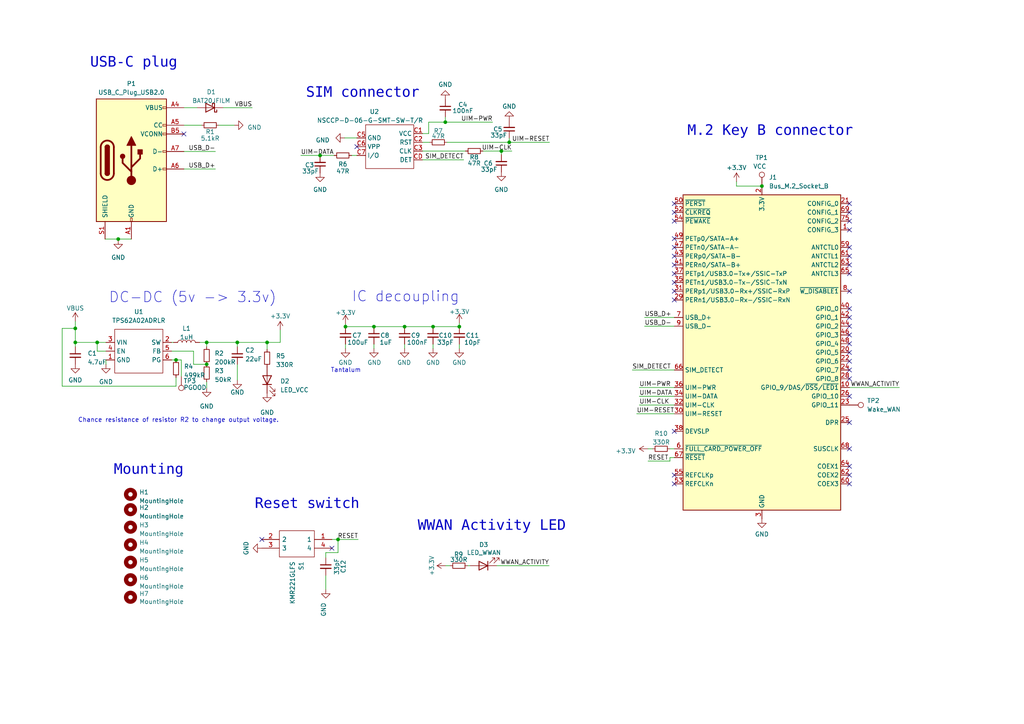
<source format=kicad_sch>
(kicad_sch (version 20230121) (generator eeschema)
  (paper "A4")
  (lib_symbols
    (symbol "Connector:Bus_M.2_Socket_B"
      (property "Reference" "J" (at -22.86 46.99 0))
      (property "Value" "Bus_M.2_Socket_B" (at 16.51 46.99 0))
      (symbol "Bus_M.2_Socket_B_0_1"
        (rectangle (start -22.86 45.72) (end 22.86 -45.72) (stroke (width 0.254)) (fill (type background)))
      )
      (symbol "Bus_M.2_Socket_B_1_1"
        (pin input line (at 25.4 35.56 180) (length 2.54) (name "CONFIG_3") (number "1"))
        (pin bidirectional line (at 25.4 -10.16 180) (length 2.54) (name "GPIO_9/DAS/~{DSS}/~{LED1}") (number "10"))
        (pin passive line (at 0 -48.26 90) (length 2.54) hide (name "GND") (number "11"))
        (pin power_in line (at 0 48.26 270) (length 2.54) (name "3.3V") (number "2"))
        (pin bidirectional line (at 25.4 0 180) (length 2.54) (name "GPIO_5") (number "20"))
        (pin input line (at 25.4 43.18 180) (length 2.54) (name "CONFIG_0") (number "21"))
        (pin bidirectional line (at 25.4 -2.54 180) (length 2.54) (name "GPIO_6") (number "22"))
        (pin bidirectional line (at 25.4 -15.24 180) (length 2.54) (name "GPIO_11") (number "23"))
        (pin bidirectional line (at 25.4 -5.08 180) (length 2.54) (name "GPIO_7") (number "24"))
        (pin output line (at 25.4 -20.32 180) (length 2.54) (name "DPR") (number "25"))
        (pin bidirectional line (at 25.4 -12.7 180) (length 2.54) (name "GPIO_10") (number "26"))
        (pin passive line (at 0 -48.26 90) (length 2.54) hide (name "GND") (number "27"))
        (pin bidirectional line (at 25.4 -7.62 180) (length 2.54) (name "GPIO_8") (number "28"))
        (pin input line (at -25.4 15.24 0) (length 2.54) (name "PERn1/USB3.0-Rx-/SSIC-RxN") (number "29"))
        (pin power_in line (at 0 -48.26 90) (length 2.54) (name "GND") (number "3"))
        (pin input line (at -25.4 -17.78 0) (length 2.54) (name "UIM-RESET") (number "30"))
        (pin input line (at -25.4 17.78 0) (length 2.54) (name "PERp1/USB3.0-Rx+/SSIC-RxP") (number "31"))
        (pin input line (at -25.4 -15.24 0) (length 2.54) (name "UIM-CLK") (number "32"))
        (pin passive line (at 0 -48.26 90) (length 2.54) hide (name "GND") (number "33"))
        (pin bidirectional line (at -25.4 -12.7 0) (length 2.54) (name "UIM-DATA") (number "34"))
        (pin output line (at -25.4 20.32 0) (length 2.54) (name "PETn1/USB3.0-Tx-/SSIC-TxN") (number "35"))
        (pin input line (at -25.4 -10.16 0) (length 2.54) (name "UIM-PWR") (number "36"))
        (pin output line (at -25.4 22.86 0) (length 2.54) (name "PETp1/USB3.0-Tx+/SSIC-TxP") (number "37"))
        (pin output line (at -25.4 -22.86 0) (length 2.54) (name "DEVSLP") (number "38"))
        (pin passive line (at 0 -48.26 90) (length 2.54) hide (name "GND") (number "39"))
        (pin passive line (at 0 48.26 270) (length 2.54) hide (name "3.3V") (number "4"))
        (pin bidirectional line (at 25.4 12.7 180) (length 2.54) (name "GPIO_0") (number "40"))
        (pin input line (at -25.4 25.4 0) (length 2.54) (name "PERn0/SATA-B+") (number "41"))
        (pin bidirectional line (at 25.4 10.16 180) (length 2.54) (name "GPIO_1") (number "42"))
        (pin input line (at -25.4 27.94 0) (length 2.54) (name "PERp0/SATA-B-") (number "43"))
        (pin bidirectional line (at 25.4 7.62 180) (length 2.54) (name "GPIO_2") (number "44"))
        (pin passive line (at 0 -48.26 90) (length 2.54) hide (name "GND") (number "45"))
        (pin bidirectional line (at 25.4 5.08 180) (length 2.54) (name "GPIO_3") (number "46"))
        (pin output line (at -25.4 30.48 0) (length 2.54) (name "PETn0/SATA-A-") (number "47"))
        (pin bidirectional line (at 25.4 2.54 180) (length 2.54) (name "GPIO_4") (number "48"))
        (pin output line (at -25.4 33.02 0) (length 2.54) (name "PETp0/SATA-A+") (number "49"))
        (pin passive line (at 0 -48.26 90) (length 2.54) hide (name "GND") (number "5"))
        (pin output line (at -25.4 43.18 0) (length 2.54) (name "~{PERST}") (number "50"))
        (pin passive line (at 0 -48.26 90) (length 2.54) hide (name "GND") (number "51"))
        (pin bidirectional line (at -25.4 40.64 0) (length 2.54) (name "~{CLKREQ}") (number "52"))
        (pin output line (at -25.4 -38.1 0) (length 2.54) (name "REFCLKn") (number "53"))
        (pin bidirectional line (at -25.4 38.1 0) (length 2.54) (name "~{PEWAKE}") (number "54"))
        (pin output line (at -25.4 -35.56 0) (length 2.54) (name "REFCLKp") (number "55"))
        (pin no_connect line (at 22.86 -43.18 180) (length 2.54) hide (name "NC") (number "56"))
        (pin passive line (at 0 -48.26 90) (length 2.54) hide (name "GND") (number "57"))
        (pin no_connect line (at 22.86 -40.64 180) (length 2.54) hide (name "NC") (number "58"))
        (pin input line (at 25.4 30.48 180) (length 2.54) (name "ANTCTL0") (number "59"))
        (pin output line (at -25.4 -27.94 0) (length 2.54) (name "~{FULL_CARD_POWER_OFF}") (number "6"))
        (pin bidirectional line (at 25.4 -38.1 180) (length 2.54) (name "COEX3") (number "60"))
        (pin input line (at 25.4 27.94 180) (length 2.54) (name "ANTCTL1") (number "61"))
        (pin bidirectional line (at 25.4 -35.56 180) (length 2.54) (name "COEX2") (number "62"))
        (pin input line (at 25.4 25.4 180) (length 2.54) (name "ANTCTL2") (number "63"))
        (pin bidirectional line (at 25.4 -33.02 180) (length 2.54) (name "COEX1") (number "64"))
        (pin input line (at 25.4 22.86 180) (length 2.54) (name "ANTCTL3") (number "65"))
        (pin output line (at -25.4 -5.08 0) (length 2.54) (name "SIM_DETECT") (number "66"))
        (pin output line (at -25.4 -30.48 0) (length 2.54) (name "~{RESET}") (number "67"))
        (pin output line (at 25.4 -27.94 180) (length 2.54) (name "SUSCLK") (number "68"))
        (pin input line (at 25.4 40.64 180) (length 2.54) (name "CONFIG_1") (number "69"))
        (pin bidirectional line (at -25.4 10.16 0) (length 2.54) (name "USB_D+") (number "7"))
        (pin passive line (at 0 48.26 270) (length 2.54) hide (name "3.3V") (number "70"))
        (pin passive line (at 0 -48.26 90) (length 2.54) hide (name "GND") (number "71"))
        (pin passive line (at 0 48.26 270) (length 2.54) hide (name "3.3V") (number "72"))
        (pin passive line (at 0 -48.26 90) (length 2.54) hide (name "GND") (number "73"))
        (pin passive line (at 0 48.26 270) (length 2.54) hide (name "3.3V") (number "74"))
        (pin input line (at 25.4 38.1 180) (length 2.54) (name "CONFIG_2") (number "75"))
        (pin output line (at 25.4 17.78 180) (length 2.54) (name "~{W_DISABLE1}") (number "8"))
        (pin bidirectional line (at -25.4 7.62 0) (length 2.54) (name "USB_D-") (number "9"))
      )
    )
    (symbol "Connector:TestPoint" (pin_numbers hide) (pin_names (offset 0.762) hide)
      (property "Reference" "TP" (at 0 6.858 0))
      (property "Value" "TestPoint" (at 0 5.08 0))
      (symbol "TestPoint_0_1"
        (circle (center 0 3.302) (radius 0.762))
      )
      (symbol "TestPoint_1_1"
        (pin passive line (at 0 0 90) (length 2.54) (name "1") (number "1"))
      )
    )
    (symbol "Connector:USB_C_Plug_USB2.0" (pin_names (offset 1.016))
      (property "Reference" "P" (at -10.16 19.05 0))
      (property "Value" "USB_C_Plug_USB2.0" (at 12.7 19.05 0))
      (symbol "USB_C_Plug_USB2.0_0_0"
        (rectangle (start -0.254 -17.78) (end 0.254 -16.764))
        (rectangle (start 10.16 -2.286) (end 9.144 -2.794))
        (rectangle (start 10.16 2.794) (end 9.144 2.286))
        (rectangle (start 10.16 7.874) (end 9.144 7.366))
        (rectangle (start 10.16 10.414) (end 9.144 9.906))
        (rectangle (start 10.16 15.494) (end 9.144 14.986))
      )
      (symbol "USB_C_Plug_USB2.0_0_1"
        (rectangle (start -10.16 17.78) (end 10.16 -17.78) (stroke (width 0.254)) (fill (type background)))
        (arc (start -8.89 -3.81) (mid -6.985 -5.7067) (end -5.08 -3.81) (stroke (width 0.508)))
        (arc (start -7.62 -3.81) (mid -6.985 -4.4423) (end -6.35 -3.81) (stroke (width 0.254)))
        (arc (start -7.62 -3.81) (mid -6.985 -4.4423) (end -6.35 -3.81) (stroke (width 0.254)) (fill (type outline)))
        (rectangle (start -7.62 -3.81) (end -6.35 3.81) (stroke (width 0.254)) (fill (type outline)))
        (arc (start -6.35 3.81) (mid -6.985 4.4423) (end -7.62 3.81) (stroke (width 0.254)))
        (arc (start -6.35 3.81) (mid -6.985 4.4423) (end -7.62 3.81) (stroke (width 0.254)) (fill (type outline)))
        (arc (start -5.08 3.81) (mid -6.985 5.7067) (end -8.89 3.81) (stroke (width 0.508)))
        (circle (center -2.54 1.143) (radius 0.635) (stroke (width 0.254)) (fill (type outline)))
        (circle (center 0 -5.842) (radius 1.27) (fill (type outline)))
        (polyline (pts (xy -8.89 -3.81) (xy -8.89 3.81)) (stroke (width 0.508)))
        (polyline (pts (xy -5.08 3.81) (xy -5.08 -3.81)) (stroke (width 0.508)))
        (polyline (pts (xy 0 -5.842) (xy 0 4.318)) (stroke (width 0.508)))
        (polyline (pts (xy 0 -3.302) (xy -2.54 -0.762) (xy -2.54 0.508)) (stroke (width 0.508)))
        (polyline (pts (xy 0 -2.032) (xy 2.54 0.508) (xy 2.54 1.778)) (stroke (width 0.508)))
        (polyline (pts (xy -1.27 4.318) (xy 0 6.858) (xy 1.27 4.318) (xy -1.27 4.318)) (stroke (width 0.254)) (fill (type outline)))
        (rectangle (start 1.905 1.778) (end 3.175 3.048) (stroke (width 0.254)) (fill (type outline)))
      )
      (symbol "USB_C_Plug_USB2.0_1_1"
        (pin passive line (at 0 -22.86 90) (length 5.08) (name "GND") (number "A1"))
        (pin passive line (at 0 -22.86 90) (length 5.08) hide (name "GND") (number "A12"))
        (pin passive line (at 15.24 15.24 180) (length 5.08) (name "VBUS") (number "A4"))
        (pin bidirectional line (at 15.24 10.16 180) (length 5.08) (name "CC") (number "A5"))
        (pin bidirectional line (at 15.24 -2.54 180) (length 5.08) (name "D+") (number "A6"))
        (pin bidirectional line (at 15.24 2.54 180) (length 5.08) (name "D-") (number "A7"))
        (pin passive line (at 15.24 15.24 180) (length 5.08) hide (name "VBUS") (number "A9"))
        (pin passive line (at 0 -22.86 90) (length 5.08) hide (name "GND") (number "B1"))
        (pin passive line (at 0 -22.86 90) (length 5.08) hide (name "GND") (number "B12"))
        (pin passive line (at 15.24 15.24 180) (length 5.08) hide (name "VBUS") (number "B4"))
        (pin bidirectional line (at 15.24 7.62 180) (length 5.08) (name "VCONN") (number "B5"))
        (pin passive line (at 15.24 15.24 180) (length 5.08) hide (name "VBUS") (number "B9"))
        (pin passive line (at -7.62 -22.86 90) (length 5.08) (name "SHIELD") (number "S1"))
      )
    )
    (symbol "Custom:KMR221GLFS" (pin_names (offset 0.762))
      (property "Reference" "S" (at 16.51 7.62 0))
      (property "Value" "KMR221GLFS" (at 16.51 5.08 0))
      (symbol "KMR221GLFS_0_0"
        (pin passive line (at 0 -2.54 0) (length 5.08) (name "1") (number "1"))
        (pin passive line (at 20.32 -2.54 180) (length 5.08) (name "2") (number "2"))
        (pin passive line (at 20.32 0 180) (length 5.08) (name "3") (number "3"))
        (pin passive line (at 0 0 0) (length 5.08) (name "4") (number "4"))
      )
      (symbol "KMR221GLFS_0_1"
        (polyline (pts (xy 5.08 2.54) (xy 15.24 2.54) (xy 15.24 -5.08) (xy 5.08 -5.08) (xy 5.08 2.54)) (stroke (width 0.1524)))
      )
    )
    (symbol "Device:C_Small" (pin_numbers hide) (pin_names (offset 0.254) hide)
      (property "Reference" "C" (at 0.254 1.778 0))
      (property "Value" "C_Small" (at 0.254 -2.032 0))
      (symbol "C_Small_0_1"
        (polyline (pts (xy -1.524 -0.508) (xy 1.524 -0.508)) (stroke (width 0.3302)))
        (polyline (pts (xy -1.524 0.508) (xy 1.524 0.508)) (stroke (width 0.3048)))
      )
      (symbol "C_Small_1_1"
        (pin passive line (at 0 2.54 270) (length 2.032) (name "~") (number "1"))
        (pin passive line (at 0 -2.54 90) (length 2.032) (name "~") (number "2"))
      )
    )
    (symbol "Device:D_Schottky" (pin_numbers hide) (pin_names (offset 1.016) hide)
      (property "Reference" "D" (at 0 2.54 0))
      (property "Value" "D_Schottky" (at 0 -2.54 0))
      (symbol "D_Schottky_0_1"
        (polyline (pts (xy 1.27 0) (xy -1.27 0)))
        (polyline (pts (xy 1.27 1.27) (xy 1.27 -1.27) (xy -1.27 0) (xy 1.27 1.27)) (stroke (width 0.254)))
        (polyline (pts (xy -1.905 0.635) (xy -1.905 1.27) (xy -1.27 1.27) (xy -1.27 -1.27) (xy -0.635 -1.27) (xy -0.635 -0.635)) (stroke (width 0.254)))
      )
      (symbol "D_Schottky_1_1"
        (pin passive line (at -3.81 0 0) (length 2.54) (name "K") (number "1"))
        (pin passive line (at 3.81 0 180) (length 2.54) (name "A") (number "2"))
      )
    )
    (symbol "Device:L" (pin_numbers hide) (pin_names (offset 1.016) hide)
      (property "Reference" "L" (at -1.27 0 90))
      (property "Value" "L" (at 1.905 0 90))
      (symbol "L_0_1"
        (arc (start 0 -2.54) (mid 0.6323 -1.905) (end 0 -1.27))
        (arc (start 0 -1.27) (mid 0.6323 -0.635) (end 0 0))
        (arc (start 0 0) (mid 0.6323 0.635) (end 0 1.27))
        (arc (start 0 1.27) (mid 0.6323 1.905) (end 0 2.54))
      )
      (symbol "L_1_1"
        (pin passive line (at 0 3.81 270) (length 1.27) (name "1") (number "1"))
        (pin passive line (at 0 -3.81 90) (length 1.27) (name "2") (number "2"))
      )
    )
    (symbol "Device:LED" (pin_numbers hide) (pin_names (offset 1.016) hide)
      (property "Reference" "D" (at 0 2.54 0))
      (property "Value" "LED" (at 0 -2.54 0))
      (symbol "LED_0_1"
        (polyline (pts (xy -1.27 -1.27) (xy -1.27 1.27)) (stroke (width 0.254)))
        (polyline (pts (xy -1.27 0) (xy 1.27 0)))
        (polyline (pts (xy 1.27 -1.27) (xy 1.27 1.27) (xy -1.27 0) (xy 1.27 -1.27)) (stroke (width 0.254)))
        (polyline (pts (xy -3.048 -0.762) (xy -4.572 -2.286) (xy -3.81 -2.286) (xy -4.572 -2.286) (xy -4.572 -1.524)))
        (polyline (pts (xy -1.778 -0.762) (xy -3.302 -2.286) (xy -2.54 -2.286) (xy -3.302 -2.286) (xy -3.302 -1.524)))
      )
      (symbol "LED_1_1"
        (pin passive line (at -3.81 0 0) (length 2.54) (name "K") (number "1"))
        (pin passive line (at 3.81 0 180) (length 2.54) (name "A") (number "2"))
      )
    )
    (symbol "Device:R_Small" (pin_numbers hide) (pin_names (offset 0.254) hide)
      (property "Reference" "R" (at 0.762 0.508 0))
      (property "Value" "R_Small" (at 0.762 -1.016 0))
      (symbol "R_Small_0_1"
        (rectangle (start -0.762 1.778) (end 0.762 -1.778) (stroke (width 0.2032)))
      )
      (symbol "R_Small_1_1"
        (pin passive line (at 0 2.54 270) (length 0.762) (name "~") (number "1"))
        (pin passive line (at 0 -2.54 90) (length 0.762) (name "~") (number "2"))
      )
    )
    (symbol "Mechanical:MountingHole" (pin_names (offset 1.016))
      (property "Reference" "H" (at 0 5.08 0))
      (property "Value" "MountingHole" (at 0 3.175 0))
      (symbol "MountingHole_0_1"
        (circle (center 0 0) (radius 1.27) (stroke (width 1.27)))
      )
    )
    (symbol "Roamer_lib:NSCCP-D-06-G-SMT-SW-T{slash}R"
      (property "Reference" "U" (at 3.175 -5.08 0))
      (property "Value" "NSCCP-D-06-G-SMT-SW-T{slash}R" (at -15.24 -5.08 0))
      (symbol "NSCCP-D-06-G-SMT-SW-T{slash}R_0_1"
        (rectangle (start -13.335 -20.955) (end 0.635 -8.255))
      )
      (symbol "NSCCP-D-06-G-SMT-SW-T{slash}R_1_1"
        (pin power_in line (at 3.175 -10.795 180) (length 2.54) (name "VCC") (number "C1"))
        (pin input line (at 3.175 -13.335 180) (length 2.54) (name "RST") (number "C2"))
        (pin input line (at 3.175 -15.875 180) (length 2.54) (name "CLK") (number "C3"))
        (pin passive line (at -15.875 -12.065 0) (length 2.54) (name "GND") (number "C5"))
        (pin input line (at -15.875 -14.605 0) (length 2.54) (name "VPP") (number "C6"))
        (pin bidirectional line (at -15.875 -17.145 0) (length 2.54) (name "I/O") (number "C7"))
        (pin output line (at 3.175 -18.415 180) (length 2.54) (name "DET") (number "CD"))
      )
    )
    (symbol "Roamer_lib:TPS62A02ADRLR"
      (property "Reference" "U" (at -3.81 -0.635 0))
      (property "Value" "TPS62A02ADRLR" (at -14.605 -0.635 0))
      (symbol "TPS62A02ADRLR_0_1"
        (rectangle (start -16.51 -3.81) (end -2.54 -16.51))
      )
      (symbol "TPS62A02ADRLR_1_1"
        (pin passive line (at -19.05 -12.7 0) (length 2.54) (name "GND") (number "1"))
        (pin power_out line (at 0 -7.62 180) (length 2.54) (name "SW") (number "2"))
        (pin power_in line (at -19.05 -7.62 0) (length 2.54) (name "VIN") (number "3"))
        (pin input line (at -19.05 -10.16 0) (length 2.54) (name "EN") (number "4"))
        (pin input line (at 0 -10.16 180) (length 2.54) (name "FB") (number "5"))
        (pin output line (at 0 -12.7 180) (length 2.54) (name "PG") (number "6"))
      )
    )
    (symbol "power:+3.3V" (power) (pin_names (offset 0))
      (property "Value" "+3.3V" (at 0 3.556 0))
      (symbol "+3.3V_0_1"
        (polyline (pts (xy -0.762 1.27) (xy 0 2.54)))
        (polyline (pts (xy 0 0) (xy 0 2.54)))
        (polyline (pts (xy 0 2.54) (xy 0.762 1.27)))
      )
      (symbol "+3.3V_1_1"
        (pin power_in line (at 0 0 90) (length 0) hide (name "+3.3V") (number "1"))
      )
    )
    (symbol "power:GND" (power) (pin_names (offset 0))
      (property "Value" "GND" (at 0 -3.81 0))
      (symbol "GND_0_1"
        (polyline (pts (xy 0 0) (xy 0 -1.27) (xy 1.27 -1.27) (xy 0 -2.54) (xy -1.27 -1.27) (xy 0 -1.27)))
      )
      (symbol "GND_1_1"
        (pin power_in line (at 0 0 270) (length 0) hide (name "GND") (number "1"))
      )
    )
    (symbol "power:VBUS" (power) (pin_names (offset 0))
      (property "Value" "VBUS" (at 0 3.81 0))
      (symbol "VBUS_0_1"
        (polyline (pts (xy -0.762 1.27) (xy 0 2.54)))
        (polyline (pts (xy 0 0) (xy 0 2.54)))
        (polyline (pts (xy 0 2.54) (xy 0.762 1.27)))
      )
      (symbol "VBUS_1_1"
        (pin power_in line (at 0 0 90) (length 0) hide (name "VBUS") (number "1"))
      )
    )
  )
  (junction (at 100.203 94.742))
  (junction (at 220.98 53.975))
  (junction (at 133.223 94.742))
  (junction (at 108.458 94.742))
  (junction (at 59.944 99.314))
  (junction (at 59.944 105.664))
  (junction (at 92.837 45.085))
  (junction (at 145.415 43.815))
  (junction (at 125.603 94.742))
  (junction (at 21.844 95.25))
  (junction (at 98.044 156.464))
  (junction (at 147.701 41.275))
  (junction (at 68.834 99.314))
  (junction (at 117.348 94.742))
  (junction (at 34.29 69.342))
  (junction (at 28.194 99.314))
  (junction (at 129.159 35.433))
  (junction (at 51.054 104.394))
  (junction (at 21.844 99.314))
  (junction (at 77.47 99.314))
  (no_connect (at 246.38 109.855))
  (no_connect (at 246.38 74.295))
  (no_connect (at 195.58 86.995))
  (no_connect (at 246.38 64.135))
  (no_connect (at 246.38 137.795))
  (no_connect (at 246.38 84.455))
  (no_connect (at 246.38 89.535))
  (no_connect (at 246.38 130.175))
  (no_connect (at 246.38 122.555))
  (no_connect (at 246.38 99.695))
  (no_connect (at 195.58 140.335))
  (no_connect (at 195.58 76.835))
  (no_connect (at 246.38 104.775))
  (no_connect (at 246.38 135.255))
  (no_connect (at 75.946 156.464))
  (no_connect (at 246.38 107.315))
  (no_connect (at 246.38 140.335))
  (no_connect (at 246.38 76.835))
  (no_connect (at 195.58 71.755))
  (no_connect (at 96.266 159.004))
  (no_connect (at 195.58 84.455))
  (no_connect (at 195.58 125.095))
  (no_connect (at 195.58 79.375))
  (no_connect (at 246.38 97.155))
  (no_connect (at 195.58 137.795))
  (no_connect (at 195.58 74.295))
  (no_connect (at 246.38 102.235))
  (no_connect (at 53.34 38.862))
  (no_connect (at 195.58 69.215))
  (no_connect (at 246.38 71.755))
  (no_connect (at 195.58 81.915))
  (no_connect (at 246.38 61.595))
  (no_connect (at 246.38 94.615))
  (no_connect (at 246.38 59.055))
  (no_connect (at 195.58 59.055))
  (no_connect (at 246.38 66.675))
  (no_connect (at 103.505 42.545))
  (no_connect (at 246.38 114.935))
  (no_connect (at 246.38 92.075))
  (no_connect (at 195.58 61.595))
  (no_connect (at 195.58 64.135))
  (no_connect (at 246.38 79.375))
  (wire (pts (xy 30.734 101.854) (xy 28.194 101.854)))
  (wire (pts (xy 51.054 112.014) (xy 51.054 109.474)))
  (wire (pts (xy 28.194 99.314) (xy 30.734 99.314)))
  (wire (pts (xy 122.555 43.815) (xy 135.001 43.815)))
  (wire (pts (xy 77.47 99.314) (xy 81.28 99.314)))
  (wire (pts (xy 98.044 156.464) (xy 98.044 160.274)))
  (wire (pts (xy 187.96 133.731) (xy 194.31 133.731)))
  (wire (pts (xy 145.415 44.831) (xy 145.415 43.815)))
  (wire (pts (xy 186.944 94.615) (xy 195.58 94.615)))
  (wire (pts (xy 144.018 164.084) (xy 159.258 164.084)))
  (wire (pts (xy 98.044 156.464) (xy 103.886 156.464)))
  (wire (pts (xy 185.42 112.395) (xy 195.58 112.395)))
  (wire (pts (xy 51.054 104.394) (xy 52.578 104.394)))
  (wire (pts (xy 124.333 35.433) (xy 129.159 35.433)))
  (wire (pts (xy 195.58 132.715) (xy 194.31 132.715)))
  (wire (pts (xy 28.194 101.854) (xy 28.194 99.314)))
  (wire (pts (xy 133.223 94.742) (xy 125.603 94.742)))
  (wire (pts (xy 63.5 36.322) (xy 67.945 36.322)))
  (wire (pts (xy 117.348 99.822) (xy 117.348 101.092)))
  (wire (pts (xy 213.614 52.705) (xy 213.614 53.975)))
  (wire (pts (xy 108.458 94.742) (xy 100.203 94.742)))
  (wire (pts (xy 185.42 117.475) (xy 195.58 117.475)))
  (wire (pts (xy 92.837 45.085) (xy 96.901 45.085)))
  (wire (pts (xy 129.159 33.909) (xy 129.159 35.433)))
  (wire (pts (xy 77.47 99.314) (xy 77.47 101.346)))
  (wire (pts (xy 52.578 104.394) (xy 52.578 109.22)))
  (wire (pts (xy 129.159 35.433) (xy 142.875 35.433)))
  (wire (pts (xy 185.42 114.935) (xy 195.58 114.935)))
  (wire (pts (xy 18.034 112.014) (xy 51.054 112.014)))
  (wire (pts (xy 59.944 99.314) (xy 59.944 100.584)))
  (wire (pts (xy 133.223 99.822) (xy 133.223 101.092)))
  (wire (pts (xy 147.701 41.275) (xy 159.385 41.275)))
  (wire (pts (xy 108.458 99.822) (xy 108.458 101.092)))
  (wire (pts (xy 183.388 107.315) (xy 195.58 107.315)))
  (wire (pts (xy 21.844 99.314) (xy 28.194 99.314)))
  (wire (pts (xy 246.38 112.395) (xy 260.858 112.395)))
  (wire (pts (xy 81.28 99.314) (xy 81.28 95.758)))
  (wire (pts (xy 21.844 93.218) (xy 21.844 95.25)))
  (wire (pts (xy 98.044 160.274) (xy 94.488 160.274)))
  (wire (pts (xy 30.48 69.342) (xy 34.29 69.342)))
  (wire (pts (xy 140.081 43.815) (xy 145.415 43.815)))
  (wire (pts (xy 125.603 94.742) (xy 117.348 94.742)))
  (wire (pts (xy 21.844 99.314) (xy 21.844 100.584)))
  (wire (pts (xy 100.203 99.822) (xy 100.203 101.092)))
  (wire (pts (xy 220.98 53.975) (xy 213.614 53.975)))
  (wire (pts (xy 59.944 99.314) (xy 68.834 99.314)))
  (wire (pts (xy 96.266 156.464) (xy 98.044 156.464)))
  (wire (pts (xy 189.23 130.175) (xy 187.96 130.175)))
  (wire (pts (xy 53.34 43.942) (xy 62.484 43.942)))
  (wire (pts (xy 101.981 45.085) (xy 103.505 45.085)))
  (wire (pts (xy 99.949 40.005) (xy 103.505 40.005)))
  (wire (pts (xy 100.203 93.98) (xy 100.203 94.742)))
  (wire (pts (xy 117.348 94.742) (xy 108.458 94.742)))
  (wire (pts (xy 68.834 99.314) (xy 68.834 100.584)))
  (wire (pts (xy 30.734 104.394) (xy 30.734 105.664)))
  (wire (pts (xy 122.555 46.355) (xy 134.493 46.355)))
  (wire (pts (xy 34.29 69.342) (xy 34.29 69.596)))
  (wire (pts (xy 133.223 93.726) (xy 133.223 94.742)))
  (wire (pts (xy 145.415 43.815) (xy 148.463 43.815)))
  (wire (pts (xy 184.658 120.015) (xy 195.58 120.015)))
  (wire (pts (xy 124.587 41.275) (xy 122.555 41.275)))
  (wire (pts (xy 18.034 112.014) (xy 18.034 95.25)))
  (wire (pts (xy 64.77 31.242) (xy 73.152 31.242)))
  (wire (pts (xy 130.556 164.084) (xy 129.286 164.084)))
  (wire (pts (xy 186.944 92.075) (xy 195.58 92.075)))
  (wire (pts (xy 129.667 41.275) (xy 147.701 41.275)))
  (wire (pts (xy 49.784 104.394) (xy 51.054 104.394)))
  (wire (pts (xy 56.134 101.854) (xy 56.134 105.664)))
  (wire (pts (xy 18.034 95.25) (xy 21.844 95.25)))
  (wire (pts (xy 122.555 38.735) (xy 124.333 38.735)))
  (wire (pts (xy 57.15 31.242) (xy 53.34 31.242)))
  (wire (pts (xy 68.834 110.236) (xy 68.834 105.664)))
  (wire (pts (xy 135.636 164.084) (xy 136.398 164.084)))
  (wire (pts (xy 53.34 49.022) (xy 62.484 49.022)))
  (wire (pts (xy 34.29 69.342) (xy 38.1 69.342)))
  (wire (pts (xy 49.784 99.314) (xy 50.292 99.314)))
  (wire (pts (xy 53.34 36.322) (xy 58.42 36.322)))
  (wire (pts (xy 68.834 99.314) (xy 77.47 99.314)))
  (wire (pts (xy 49.784 101.854) (xy 56.134 101.854)))
  (wire (pts (xy 124.333 38.735) (xy 124.333 35.433)))
  (wire (pts (xy 147.701 40.005) (xy 147.701 41.275)))
  (wire (pts (xy 125.603 99.822) (xy 125.603 101.092)))
  (wire (pts (xy 21.844 95.25) (xy 21.844 99.314)))
  (wire (pts (xy 94.488 170.942) (xy 94.488 166.878)))
  (wire (pts (xy 59.944 110.744) (xy 59.944 112.522)))
  (wire (pts (xy 194.31 133.731) (xy 194.31 132.715)))
  (wire (pts (xy 57.912 99.314) (xy 59.944 99.314)))
  (wire (pts (xy 56.134 105.664) (xy 59.944 105.664)))
  (wire (pts (xy 94.488 160.274) (xy 94.488 161.798)))
  (wire (pts (xy 87.249 45.085) (xy 92.837 45.085)))
  (wire (pts (xy 194.31 130.175) (xy 195.58 130.175)))
  (text "Reset switch\n" (at 73.914 148.844 0) (effects (font (size 3 3)) (justify left bottom)))
  (text "Tantalum" (at 95.885 108.204 0) (effects (font (size 1.27 1.27)) (justify left bottom)))
  (text "SIM connector\n" (at 88.773 29.591 0) (effects (font (size 3 3)) (justify left bottom)))
  (text "WWAN Activity LED\n" (at 121.158 155.194 0) (effects (font (size 3 3)) (justify left bottom)))
  (text "USB-C plug" (at 26.162 20.828 0) (effects (font (size 3 3)) (justify left bottom)))
  (text "IC decoupling\n" (at 101.981 87.884 0) (effects (font (size 3 3)) (justify left bottom)))
  (text "M.2 Key B connector" (at 199.39 40.64 0) (effects (font (size 3 3)) (justify left bottom)))
  (text "Mounting\n" (at 33.02 138.938 0) (effects (font (size 3 3)) (justify left bottom)))
  (text "DC-DC (5v -> 3.3v)\n" (at 31.496 88.138 0) (effects (font (size 3 3)) (justify left bottom)))
  (text "Chance resistance of resistor R2 to change output voltage." (at 22.606 122.682 0) (effects (font (size 1.27 1.27)) (justify left bottom)))
  (label "RESET" (at 103.886 156.464 180))
  (label "USB_D+" (at 186.944 92.075 0))
  (label "UIM-PWR" (at 142.875 35.433 180))
  (label "SIM_DETECT" (at 134.493 46.355 180))
  (label "UIM-CLK" (at 148.463 43.815 180))
  (label "WWAN_ACTIVITY" (at 159.258 164.084 180))
  (label "UIM-CLK" (at 185.42 117.475 0))
  (label "UIM-PWR" (at 185.42 112.395 0))
  (label "UIM-RESET" (at 184.658 120.015 0))
  (label "USB_D-" (at 186.944 94.615 0))
  (label "USB_D+" (at 62.484 49.022 180))
  (label "RESET" (at 187.96 133.731 0))
  (label "VBUS" (at 73.152 31.242 180))
  (label "USB_D-" (at 62.484 43.942 180))
  (label "WWAN_ACTIVITY" (at 260.858 112.395 180))
  (label "UIM-DATA" (at 87.249 45.085 0))
  (label "SIM_DETECT" (at 183.388 107.315 0))
  (label "UIM-DATA" (at 185.42 114.935 0))
  (label "UIM-RESET" (at 159.385 41.275 180))
  (symbol (lib_id "power:GND") (at 117.348 101.092 0) (unit 1)
    (property "Reference" "#PWR03" (effects hide))
    (property "Value" "GND" (at 119.253 105.156 0) (effects (justify right)))
  )
  (symbol (lib_id "Mechanical:MountingHole") (at 37.846 163.068 0) (unit 1)
    (property "Reference" "H5" (at 40.386 162.433 0) (effects (justify left)))
    (property "Value" "MountingHole" (at 40.386 164.973 0) (effects (justify left)))
    (property "Footprint" "MountingHole:MountingHole_2.7mm_M2.5" (effects hide))
  )
  (symbol (lib_id "Device:R_Small") (at 191.77 130.175 90) (unit 1)
    (property "Reference" "R10" (at 191.77 125.73 90))
    (property "Value" "330R" (at 191.77 128.27 90))
    (property "Footprint" "Resistor_SMD:R_0603_1608Metric" (effects hide))
  )
  (symbol (lib_id "Connector:USB_C_Plug_USB2.0") (at 38.1 46.482 0) (unit 1)
    (property "Reference" "P1" (at 38.1 24.257 0))
    (property "Value" "USB_C_Plug_USB2.0" (at 38.1 26.797 0))
    (property "Footprint" "Connector_USB:USB_C_Plug_Molex_105444" (effects hide))
    (property "Datasheet" "https://www.usb.org/sites/default/files/documents/usb_type-c.zip" (effects hide))
  )
  (symbol (lib_id "power:GND") (at 68.834 110.236 0) (unit 1)
    (property "Reference" "#PWR013" (effects hide))
    (property "Value" "GND" (at 68.834 113.792 0))
  )
  (symbol (lib_id "Device:R_Small") (at 137.541 43.815 90) (unit 1)
    (property "Reference" "R8" (at 137.541 45.593 90))
    (property "Value" "47R" (at 137.541 47.371 90))
    (property "Footprint" "Resistor_SMD:R_1206_3216Metric" (effects hide))
  )
  (symbol (lib_id "Connector:TestPoint") (at 52.578 109.22 180) (unit 1)
    (property "Reference" "TP3" (at 53.213 110.49 0) (effects (justify right)))
    (property "Value" "PGOOD" (at 53.213 112.395 0) (effects (justify right)))
    (property "Footprint" "TestPoint:TestPoint_Pad_1.0x1.0mm" (effects hide))
  )
  (symbol (lib_id "Device:C_Small") (at 94.488 164.338 0) (unit 1)
    (property "Reference" "C12" (at 99.568 164.338 90))
    (property "Value" "33pF" (at 97.663 164.338 90))
    (property "Footprint" "Capacitor_SMD:C_0603_1608Metric" (effects hide))
  )
  (symbol (lib_id "Mechanical:MountingHole") (at 37.846 147.828 0) (unit 1)
    (property "Reference" "H2" (at 40.386 147.193 0) (effects (justify left)))
    (property "Value" "MountingHole" (at 40.386 149.733 0) (effects (justify left)))
    (property "Footprint" "MountingHole:MountingHole_2.7mm_M2.5" (effects hide))
  )
  (symbol (lib_id "power:GND") (at 34.29 69.596 0) (unit 1)
    (property "Reference" "#PWR06" (effects hide))
    (property "Value" "GND" (at 34.29 74.676 0))
  )
  (symbol (lib_id "power:GND") (at 100.203 101.092 0) (unit 1)
    (property "Reference" "#PWR01" (effects hide))
    (property "Value" "GND" (at 102.235 105.156 0) (effects (justify right)))
  )
  (symbol (lib_id "power:+3.3V") (at 129.286 164.084 90) (unit 1)
    (property "Reference" "#PWR024" (effects hide))
    (property "Value" "+3.3V" (at 125.222 164.084 0))
  )
  (symbol (lib_id "power:GND") (at 220.98 150.495 0) (unit 1)
    (property "Reference" "#PWR022" (effects hide))
    (property "Value" "GND" (at 220.98 154.94 0))
  )
  (symbol (lib_id "Device:C_Small") (at 129.159 31.369 0) (unit 1)
    (property "Reference" "C4" (at 134.239 30.353 0))
    (property "Value" "100nF" (at 134.239 32.131 0))
    (property "Footprint" "Capacitor_SMD:C_0603_1608Metric" (effects hide))
  )
  (symbol (lib_id "power:GND") (at 21.844 105.664 0) (unit 1)
    (property "Reference" "#PWR011" (effects hide))
    (property "Value" "GND" (at 21.844 110.236 0))
  )
  (symbol (lib_id "power:GND") (at 30.734 105.664 0) (unit 1)
    (property "Reference" "#PWR010" (effects hide))
    (property "Value" "GND" (at 30.734 110.744 0))
  )
  (symbol (lib_id "Device:R_Small") (at 59.944 108.204 0) (unit 1)
    (property "Reference" "R3" (at 62.23 107.569 0) (effects (justify left)))
    (property "Value" "50kR" (at 62.23 110.109 0) (effects (justify left)))
    (property "Footprint" "Resistor_SMD:R_0805_2012Metric" (effects hide))
  )
  (symbol (lib_id "Mechanical:MountingHole") (at 37.846 152.908 0) (unit 1)
    (property "Reference" "H3" (at 40.386 152.273 0) (effects (justify left)))
    (property "Value" "MountingHole" (at 40.386 154.813 0) (effects (justify left)))
    (property "Footprint" "MountingHole:MountingHole_2.7mm_M2.5" (effects hide))
  )
  (symbol (lib_id "power:GND") (at 77.47 114.046 0) (unit 1)
    (property "Reference" "#PWR014" (effects hide))
    (property "Value" "GND" (at 77.47 119.634 0))
  )
  (symbol (lib_id "power:GND") (at 125.603 101.092 0) (unit 1)
    (property "Reference" "#PWR04" (effects hide))
    (property "Value" "GND" (at 127.635 105.156 0) (effects (justify right)))
  )
  (symbol (lib_id "Device:C_Small") (at 117.348 97.282 0) (unit 1)
    (property "Reference" "C9" (at 120.523 97.282 0))
    (property "Value" "100nF" (at 121.031 99.314 0))
    (property "Footprint" "Capacitor_SMD:C_0603_1608Metric" (effects hide))
  )
  (symbol (lib_id "Roamer_lib:NSCCP-D-06-G-SMT-SW-T{slash}R") (at 119.38 27.94 0) (unit 1)
    (property "Reference" "U2" (at 108.585 32.385 0))
    (property "Value" "NSCCP-D-06-G-SMT-SW-T/R" (at 107.315 34.925 0))
    (property "Footprint" "NSCCP-D-06-G-SMT-SW-T:NSCCP-D-06-G-SMT-SW-T&slash_R" (effects hide))
    (property "Datasheet" "https://www.digikey.co.uk/en/products/detail/adam-tech/NSCCP-D-06-G-SMT-SW-T-R/11689348" (effects hide))
  )
  (symbol (lib_id "Device:R_Small") (at 60.96 36.322 90) (unit 1)
    (property "Reference" "R1" (at 60.96 38.227 90))
    (property "Value" "5.1kR" (at 60.96 40.132 90))
    (property "Footprint" "Resistor_SMD:R_0603_1608Metric" (effects hide))
  )
  (symbol (lib_id "Device:C_Small") (at 125.603 97.282 0) (unit 1)
    (property "Reference" "C10" (at 129.159 97.282 0))
    (property "Value" "33pF" (at 129.159 99.314 0))
    (property "Footprint" "Capacitor_SMD:C_0603_1608Metric" (effects hide))
  )
  (symbol (lib_id "power:GND") (at 75.946 159.004 270) (unit 1)
    (property "Reference" "#PWR019" (effects hide))
    (property "Value" "GND" (at 71.374 159.004 0))
  )
  (symbol (lib_id "power:+3.3V") (at 133.223 93.726 0) (unit 1)
    (property "Reference" "#PWR017" (effects hide))
    (property "Value" "+3.3V" (at 133.223 90.424 0))
  )
  (symbol (lib_id "Device:D_Schottky") (at 60.96 31.242 180) (unit 1)
    (property "Reference" "D1" (at 61.2775 26.67 0))
    (property "Value" "BAT20JFILM" (at 61.2775 29.21 0))
    (property "Footprint" "Diode_SMD:D_SOD-323" (effects hide))
  )
  (symbol (lib_id "Device:C_Small") (at 21.844 103.124 0) (unit 1)
    (property "Reference" "C1" (at 25.4 102.4953 0) (effects (justify left)))
    (property "Value" "4.7uF" (at 25.4 105.0353 0) (effects (justify left)))
    (property "Footprint" "Capacitor_SMD:C_0603_1608Metric" (effects hide))
  )
  (symbol (lib_id "Device:L") (at 54.102 99.314 90) (unit 1)
    (property "Reference" "L1" (at 54.102 95.25 90))
    (property "Value" "1uH" (at 54.102 97.79 90))
    (property "Footprint" "Inductor_SMD:L_1008_2520Metric" (effects hide))
  )
  (symbol (lib_id "Device:C_Small") (at 92.837 47.625 180) (unit 1)
    (property "Reference" "C3" (at 89.789 47.879 0))
    (property "Value" "33pF" (at 90.043 49.657 0))
    (property "Footprint" "Capacitor_SMD:C_0603_1608Metric" (effects hide))
  )
  (symbol (lib_id "power:GND") (at 145.415 49.911 0) (unit 1)
    (property "Reference" "#PWR027" (effects hide))
    (property "Value" "GND" (at 145.415 54.991 0))
  )
  (symbol (lib_id "Device:R_Small") (at 99.441 45.085 270) (unit 1)
    (property "Reference" "R6" (at 99.441 47.625 90))
    (property "Value" "47R" (at 99.441 49.657 90))
    (property "Footprint" "Resistor_SMD:R_1206_3216Metric" (effects hide))
  )
  (symbol (lib_id "Device:C_Small") (at 68.834 103.124 0) (unit 1)
    (property "Reference" "C2" (at 71.12 101.6 0) (effects (justify left)))
    (property "Value" "22uF" (at 71.12 104.14 0) (effects (justify left)))
    (property "Footprint" "Capacitor_SMD:C_0603_1608Metric" (effects hide))
  )
  (symbol (lib_id "Connector:TestPoint") (at 246.38 117.475 270) (unit 1)
    (property "Reference" "TP2" (at 251.46 116.2049 90) (effects (justify left)))
    (property "Value" "Wake_WAN" (at 251.46 118.7449 90) (effects (justify left)))
    (property "Footprint" "TestPoint:TestPoint_Pad_1.0x1.0mm" (effects hide))
  )
  (symbol (lib_id "power:GND") (at 147.701 34.925 180) (unit 1)
    (property "Reference" "#PWR028" (effects hide))
    (property "Value" "GND" (at 147.701 30.861 0))
  )
  (symbol (lib_id "power:+3.3V") (at 213.614 52.705 0) (unit 1)
    (property "Reference" "#PWR023" (effects hide))
    (property "Value" "+3.3V" (at 213.614 48.641 0))
  )
  (symbol (lib_id "power:GND") (at 59.944 112.522 0) (unit 1)
    (property "Reference" "#PWR012" (effects hide))
    (property "Value" "GND" (at 59.944 117.856 0))
  )
  (symbol (lib_id "power:GND") (at 108.458 101.092 0) (unit 1)
    (property "Reference" "#PWR02" (effects hide))
    (property "Value" "GND" (at 110.617 105.156 0) (effects (justify right)))
  )
  (symbol (lib_id "Mechanical:MountingHole") (at 37.846 143.383 0) (unit 1)
    (property "Reference" "H1" (at 40.386 142.748 0) (effects (justify left)))
    (property "Value" "MountingHole" (at 40.386 145.288 0) (effects (justify left)))
    (property "Footprint" "MountingHole:MountingHole_2.7mm_M2.5" (effects hide))
  )
  (symbol (lib_id "Mechanical:MountingHole") (at 37.846 157.988 0) (unit 1)
    (property "Reference" "H4" (at 40.386 157.353 0) (effects (justify left)))
    (property "Value" "MountingHole" (at 40.386 159.893 0) (effects (justify left)))
    (property "Footprint" "MountingHole:MountingHole_2.7mm_M2.5" (effects hide))
  )
  (symbol (lib_id "power:+3.3V") (at 81.28 95.758 0) (unit 1)
    (property "Reference" "#PWR015" (effects hide))
    (property "Value" "+3.3V" (at 81.28 91.694 0))
  )
  (symbol (lib_id "power:GND") (at 94.488 170.942 0) (unit 1)
    (property "Reference" "#PWR020" (effects hide))
    (property "Value" "GND" (at 93.853 174.752 90) (effects (justify right)))
  )
  (symbol (lib_id "Connector:TestPoint") (at 220.98 53.975 0) (unit 1)
    (property "Reference" "TP1" (at 219.075 45.72 0) (effects (justify left)))
    (property "Value" "VCC" (at 218.44 48.26 0) (effects (justify left)))
    (property "Footprint" "TestPoint:TestPoint_Pad_1.0x1.0mm" (effects hide))
  )
  (symbol (lib_id "Device:R_Small") (at 127.127 41.275 90) (unit 1)
    (property "Reference" "R7" (at 127.127 37.973 90))
    (property "Value" "47R" (at 127.127 39.497 90))
    (property "Footprint" "Resistor_SMD:R_1206_3216Metric" (effects hide))
  )
  (symbol (lib_id "power:GND") (at 133.223 101.092 0) (unit 1)
    (property "Reference" "#PWR05" (effects hide))
    (property "Value" "GND" (at 135.255 105.156 0) (effects (justify right)))
  )
  (symbol (lib_id "power:GND") (at 129.159 28.829 180) (unit 1)
    (property "Reference" "#PWR025" (effects hide))
    (property "Value" "GND" (at 129.159 24.511 0))
  )
  (symbol (lib_id "Mechanical:MountingHole") (at 37.846 173.228 0) (unit 1)
    (property "Reference" "H7" (at 40.386 172.212 0) (effects (justify left)))
    (property "Value" "MountingHole" (at 40.386 174.498 0) (effects (justify left)))
    (property "Footprint" "MountingHole:MountingHole_3mm" (effects hide))
  )
  (symbol (lib_id "power:GND") (at 92.837 50.165 0) (unit 1)
    (property "Reference" "#PWR026" (effects hide))
    (property "Value" "GND" (at 92.837 54.991 0))
  )
  (symbol (lib_id "Roamer_lib:TPS62A02ADRLR") (at 49.784 91.694 0) (unit 1)
    (property "Reference" "U1" (at 40.259 90.424 0))
    (property "Value" "TPS62A02ADRLR" (at 40.259 92.964 0))
    (property "Footprint" "TPS:SOTFL50P160X60-6N" (effects hide))
    (property "Datasheet" "https://www.ti.com/lit/ds/symlink/tps62a01a.pdf" (effects hide))
  )
  (symbol (lib_id "Device:R_Small") (at 59.944 103.124 0) (unit 1)
    (property "Reference" "R2" (at 62.23 102.489 0) (effects (justify left)))
    (property "Value" "200kR" (at 62.23 105.029 0) (effects (justify left)))
    (property "Footprint" "Resistor_SMD:R_0805_2012Metric" (effects hide))
  )
  (symbol (lib_id "Connector:Bus_M.2_Socket_B") (at 220.98 102.235 0) (unit 1)
    (property "Reference" "J1" (at 222.9994 51.435 0) (effects (justify left)))
    (property "Value" "Bus_M.2_Socket_B" (at 222.9994 53.975 0) (effects (justify left)))
    (property "Footprint" "NGFF:TE_2199119-3" (effects hide))
    (property "Datasheet" "http://read.pudn.com/downloads794/doc/project/3133918/PCIe_M.2_Electromechanical_Spec_Rev1.0_Final_11012013_RS_Clean.pdf#page=154" (effects hide))
  )
  (symbol (lib_id "power:GND") (at 67.945 36.322 90) (unit 1)
    (property "Reference" "#PWR08" (effects hide))
    (property "Value" "GND" (at 71.755 36.957 90) (effects (justify right)))
  )
  (symbol (lib_id "Device:R_Small") (at 51.054 106.934 0) (unit 1)
    (property "Reference" "R4" (at 53.34 106.299 0) (effects (justify left)))
    (property "Value" "499kR" (at 53.34 108.839 0) (effects (justify left)))
    (property "Footprint" "Resistor_SMD:R_0805_2012Metric" (effects hide))
  )
  (symbol (lib_id "power:+3.3V") (at 187.96 130.175 90) (unit 1)
    (property "Reference" "#PWR021" (effects hide))
    (property "Value" "+3.3V" (at 184.404 130.81 90) (effects (justify left)))
  )
  (symbol (lib_id "Device:C_Small") (at 147.701 37.465 180) (unit 1)
    (property "Reference" "C5" (at 144.399 37.465 0))
    (property "Value" "33pF" (at 144.653 39.243 0))
    (property "Footprint" "Capacitor_SMD:C_0603_1608Metric" (effects hide))
  )
  (symbol (lib_id "Device:C_Small") (at 100.203 97.282 0) (unit 1)
    (property "Reference" "C7" (at 103.505 97.282 0))
    (property "Value" "100uF" (at 103.759 99.314 0))
    (property "Footprint" "Capacitor_SMD:C_0603_1608Metric" (effects hide))
  )
  (symbol (lib_id "Device:R_Small") (at 133.096 164.084 90) (unit 1)
    (property "Reference" "R9" (at 134.366 160.782 90) (effects (justify left)))
    (property "Value" "330R" (at 135.636 162.306 90) (effects (justify left)))
    (property "Footprint" "Resistor_SMD:R_0603_1608Metric" (effects hide))
  )
  (symbol (lib_id "Mechanical:MountingHole") (at 37.846 168.148 0) (unit 1)
    (property "Reference" "H6" (at 40.386 167.513 0) (effects (justify left)))
    (property "Value" "MountingHole" (at 40.386 170.053 0) (effects (justify left)))
    (property "Footprint" "MountingHole:MountingHole_2.7mm_M2.5" (effects hide))
  )
  (symbol (lib_id "power:+3.3V") (at 100.203 93.98 0) (unit 1)
    (property "Reference" "#PWR016" (effects hide))
    (property "Value" "+3.3V" (at 100.203 90.678 0))
  )
  (symbol (lib_id "Custom:KMR221GLFS") (at 96.266 159.004 180) (unit 1)
    (property "Reference" "S1" (at 87.3761 162.814 90) (effects (justify left)))
    (property "Value" "KMR221GLFS" (at 84.8361 162.814 90) (effects (justify left)))
    (property "Footprint" "KMR:KMR2_1" (effects hide))
    (property "Datasheet" "https://www.ckswitches.com/media/1479/kmr2.pdf" (effects hide))
    (property "Description" "KMR221GLFS (Tactile Switches)" (effects hide))
    (property "Mouser Part Number" "611-KMR221G-LFS" (effects hide))
    (property "Mouser Price/Stock" "https://www.mouser.co.uk/ProductDetail/CK/KMR221GLFS?qs=sb%252But3Lm4x2RtkMQYdEYMA%3D%3D" (effects hide))
    (property "Manufacturer_Name" "C & K COMPONENTS" (effects hide))
    (property "Manufacturer_Part_Number" "KMR221GLFS" (effects hide))
  )
  (symbol (lib_id "Device:LED") (at 77.47 110.236 90) (unit 1)
    (property "Reference" "D2" (at 81.28 110.5534 90) (effects (justify right)))
    (property "Value" "LED_VCC" (at 81.28 113.0934 90) (effects (justify right)))
    (property "Footprint" "Diode_SMD:D_0402_1005Metric" (effects hide))
  )
  (symbol (lib_id "Device:C_Small") (at 145.415 47.371 180) (unit 1)
    (property "Reference" "C6" (at 141.605 47.371 0))
    (property "Value" "33pF" (at 141.859 49.149 0))
    (property "Footprint" "Capacitor_SMD:C_0603_1608Metric" (effects hide))
  )
  (symbol (lib_id "Device:LED") (at 140.208 164.084 180) (unit 1)
    (property "Reference" "D3" (at 138.938 157.988 0) (effects (justify right)))
    (property "Value" "LED_WWAN" (at 135.382 160.274 0) (effects (justify right)))
    (property "Footprint" "Diode_SMD:D_0402_1005Metric" (effects hide))
  )
  (symbol (lib_id "power:VBUS") (at 21.844 93.218 0) (unit 1)
    (property "Reference" "#PWR09" (effects hide))
    (property "Value" "VBUS" (at 21.844 89.408 0))
  )
  (symbol (lib_id "power:GND") (at 99.949 40.005 270) (unit 1)
    (property "Reference" "#PWR018" (effects hide))
    (property "Value" "GND" (at 95.631 40.64 90) (effects (justify right)))
  )
  (symbol (lib_id "Device:C_Small") (at 133.223 97.282 0) (unit 1)
    (property "Reference" "C11" (at 137.033 97.282 0))
    (property "Value" "10pF" (at 137.033 99.314 0))
    (property "Footprint" "Capacitor_SMD:C_0603_1608Metric" (effects hide))
  )
  (symbol (lib_id "Device:R_Small") (at 77.47 103.886 0) (unit 1)
    (property "Reference" "R5" (at 80.01 103.251 0) (effects (justify left)))
    (property "Value" "330R" (at 80.01 105.791 0) (effects (justify left)))
    (property "Footprint" "Resistor_SMD:R_0603_1608Metric" (effects hide))
  )
  (symbol (lib_id "Device:C_Small") (at 108.458 97.282 0) (unit 1)
    (property "Reference" "C8" (at 111.633 97.282 0))
    (property "Value" "1uF" (at 111.887 99.314 0))
    (property "Footprint" "Capacitor_SMD:C_0603_1608Metric" (effects hide))
  )
)
</source>
